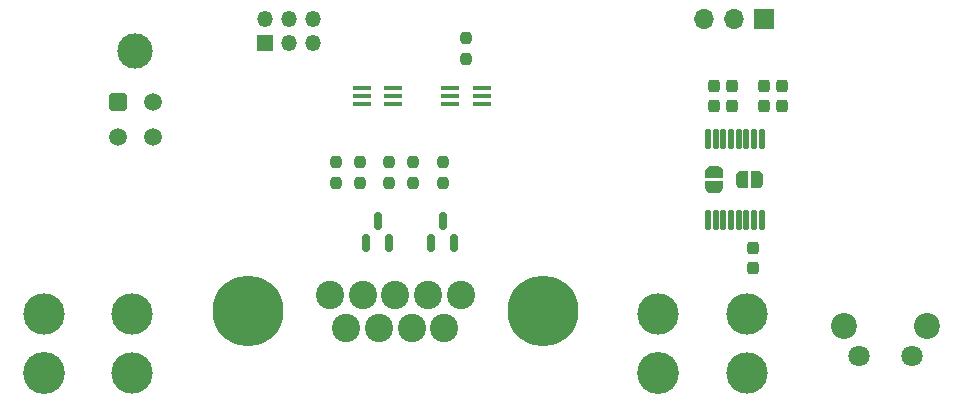
<source format=gts>
%TF.GenerationSoftware,KiCad,Pcbnew,(5.99.0-8090-ga1d7a959f7)*%
%TF.CreationDate,2021-08-13T15:37:55+01:00*%
%TF.ProjectId,conio-b,636f6e69-6f2d-4622-9e6b-696361645f70,rev?*%
%TF.SameCoordinates,Original*%
%TF.FileFunction,Soldermask,Top*%
%TF.FilePolarity,Negative*%
%FSLAX46Y46*%
G04 Gerber Fmt 4.6, Leading zero omitted, Abs format (unit mm)*
G04 Created by KiCad (PCBNEW (5.99.0-8090-ga1d7a959f7)) date 2021-08-13 15:37:55*
%MOMM*%
%LPD*%
G01*
G04 APERTURE LIST*
G04 Aperture macros list*
%AMRoundRect*
0 Rectangle with rounded corners*
0 $1 Rounding radius*
0 $2 $3 $4 $5 $6 $7 $8 $9 X,Y pos of 4 corners*
0 Add a 4 corners polygon primitive as box body*
4,1,4,$2,$3,$4,$5,$6,$7,$8,$9,$2,$3,0*
0 Add four circle primitives for the rounded corners*
1,1,$1+$1,$2,$3,0*
1,1,$1+$1,$4,$5,0*
1,1,$1+$1,$6,$7,0*
1,1,$1+$1,$8,$9,0*
0 Add four rect primitives between the rounded corners*
20,1,$1+$1,$2,$3,$4,$5,0*
20,1,$1+$1,$4,$5,$6,$7,0*
20,1,$1+$1,$6,$7,$8,$9,0*
20,1,$1+$1,$8,$9,$2,$3,0*%
G04 Aperture macros list end*
%ADD10RoundRect,0.150000X0.150000X-0.587500X0.150000X0.587500X-0.150000X0.587500X-0.150000X-0.587500X0*%
%ADD11RoundRect,0.125000X-0.125000X0.762500X-0.125000X-0.762500X0.125000X-0.762500X0.125000X0.762500X0*%
%ADD12C,3.500000*%
%ADD13C,3.550000*%
%ADD14R,1.500000X0.400000*%
%ADD15RoundRect,0.237500X0.237500X-0.250000X0.237500X0.250000X-0.237500X0.250000X-0.237500X-0.250000X0*%
%ADD16C,6.000000*%
%ADD17C,2.400000*%
%ADD18RoundRect,0.237500X-0.237500X0.300000X-0.237500X-0.300000X0.237500X-0.300000X0.237500X0.300000X0*%
%ADD19R,1.350000X1.350000*%
%ADD20O,1.350000X1.350000*%
%ADD21RoundRect,0.237500X0.237500X-0.300000X0.237500X0.300000X-0.237500X0.300000X-0.237500X-0.300000X0*%
%ADD22R,1.700000X1.700000*%
%ADD23O,1.700000X1.700000*%
%ADD24C,3.000000*%
%ADD25RoundRect,0.250001X-0.499999X-0.499999X0.499999X-0.499999X0.499999X0.499999X-0.499999X0.499999X0*%
%ADD26C,1.500000*%
%ADD27C,2.200000*%
%ADD28C,1.800000*%
G04 APERTURE END LIST*
D10*
%TO.C,D2*%
X150868750Y-104025000D03*
X152768750Y-104025000D03*
X151818750Y-102150000D03*
%TD*%
%TO.C,JP1*%
G36*
X174068750Y-98524999D02*
G01*
X174068750Y-98025000D01*
X174073717Y-98025000D01*
X174075182Y-97945059D01*
X174117457Y-97809744D01*
X174196013Y-97691734D01*
X174304532Y-97600514D01*
X174434291Y-97543419D01*
X174568751Y-97525836D01*
X174568751Y-97525000D01*
X175068750Y-97525001D01*
X175068750Y-97525837D01*
X175074859Y-97525038D01*
X175214936Y-97546849D01*
X175343261Y-97607097D01*
X175449519Y-97700941D01*
X175525167Y-97820836D01*
X175564124Y-97957143D01*
X175563709Y-98025000D01*
X175568750Y-98025000D01*
X175568749Y-98525000D01*
X174068750Y-98524999D01*
G37*
G36*
X175563709Y-99325000D02*
G01*
X175563258Y-99398905D01*
X175522639Y-99534726D01*
X175445531Y-99653688D01*
X175338134Y-99746226D01*
X175209082Y-99804903D01*
X175068749Y-99825000D01*
X174568750Y-99824999D01*
X174556534Y-99824850D01*
X174416733Y-99801330D01*
X174289154Y-99739518D01*
X174184050Y-99644383D01*
X174109873Y-99523573D01*
X174072584Y-99386800D01*
X174073717Y-99325000D01*
X174068750Y-99325000D01*
X174068751Y-98825000D01*
X175568750Y-98825001D01*
X175568750Y-99325000D01*
X175563709Y-99325000D01*
G37*
%TD*%
D11*
%TO.C,U1*%
X178843750Y-95262500D03*
X178193750Y-95262500D03*
X177543750Y-95262500D03*
X176893750Y-95262500D03*
X176243750Y-95262500D03*
X175593750Y-95262500D03*
X174943750Y-95262500D03*
X174293750Y-95262500D03*
X174293750Y-102087500D03*
X174943750Y-102087500D03*
X175593750Y-102087500D03*
X176243750Y-102087500D03*
X176893750Y-102087500D03*
X177543750Y-102087500D03*
X178193750Y-102087500D03*
X178843750Y-102087500D03*
%TD*%
D12*
%TO.C,H2*%
X118068750Y-110087500D03*
X125568750Y-115087500D03*
X125568750Y-110087500D03*
D13*
X118068750Y-115087500D03*
%TD*%
D14*
%TO.C,Q2*%
X152488750Y-90937500D03*
X152488750Y-91587500D03*
X152488750Y-92237500D03*
X155148750Y-92237500D03*
X155148750Y-91587500D03*
X155148750Y-90937500D03*
%TD*%
D15*
%TO.C,R2*%
X144818750Y-99000000D03*
X144818750Y-97175000D03*
%TD*%
D16*
%TO.C,J1*%
X135323750Y-109837500D03*
X160313750Y-109837500D03*
D17*
X142278750Y-108417500D03*
X145048750Y-108417500D03*
X147818750Y-108417500D03*
X150588750Y-108417500D03*
X153358750Y-108417500D03*
X143663750Y-111257500D03*
X146433750Y-111257500D03*
X149203750Y-111257500D03*
X151973750Y-111257500D03*
%TD*%
D15*
%TO.C,R3*%
X151818750Y-99000000D03*
X151818750Y-97175000D03*
%TD*%
D12*
%TO.C,H1*%
X177568750Y-115087500D03*
D13*
X170068750Y-115087500D03*
D12*
X177568750Y-110087500D03*
X170068750Y-110087500D03*
%TD*%
D18*
%TO.C,C3*%
X176318750Y-90725000D03*
X176318750Y-92450000D03*
%TD*%
D14*
%TO.C,Q1*%
X147648750Y-92237500D03*
X147648750Y-91587500D03*
X147648750Y-90937500D03*
X144988750Y-90937500D03*
X144988750Y-91587500D03*
X144988750Y-92237500D03*
%TD*%
D15*
%TO.C,R4*%
X153818750Y-88500000D03*
X153818750Y-86675000D03*
%TD*%
D18*
%TO.C,C2*%
X178068750Y-104475000D03*
X178068750Y-106200000D03*
%TD*%
D10*
%TO.C,D1*%
X145368750Y-104025000D03*
X147268750Y-104025000D03*
X146318750Y-102150000D03*
%TD*%
%TO.C,JP2*%
G36*
X177968751Y-97925000D02*
G01*
X178468750Y-97925000D01*
X178468750Y-97929967D01*
X178548691Y-97931432D01*
X178684006Y-97973707D01*
X178802016Y-98052262D01*
X178893236Y-98160782D01*
X178950331Y-98290541D01*
X178967914Y-98425001D01*
X178968750Y-98425001D01*
X178968749Y-98925000D01*
X178967913Y-98925000D01*
X178968712Y-98931109D01*
X178946901Y-99071186D01*
X178886653Y-99199511D01*
X178792809Y-99305769D01*
X178672914Y-99381417D01*
X178536607Y-99420374D01*
X178468750Y-99419959D01*
X178468750Y-99425000D01*
X177968750Y-99424999D01*
X177968751Y-97925000D01*
G37*
G36*
X177168750Y-99419959D02*
G01*
X177094845Y-99419508D01*
X176959024Y-99378889D01*
X176840062Y-99301782D01*
X176747524Y-99194384D01*
X176688847Y-99065332D01*
X176668750Y-98924999D01*
X176668751Y-98425000D01*
X176668900Y-98412784D01*
X176692420Y-98272983D01*
X176754232Y-98145404D01*
X176849367Y-98040300D01*
X176970177Y-97966123D01*
X177106950Y-97928834D01*
X177168750Y-97929967D01*
X177168750Y-97925000D01*
X177668750Y-97925001D01*
X177668749Y-99425000D01*
X177168750Y-99425000D01*
X177168750Y-99419959D01*
G37*
%TD*%
D19*
%TO.C,J3*%
X136818750Y-87087500D03*
D20*
X136818750Y-85087500D03*
X138818750Y-87087500D03*
X138818750Y-85087500D03*
X140818750Y-87087500D03*
X140818750Y-85087500D03*
%TD*%
D15*
%TO.C,R5*%
X149318750Y-99000000D03*
X149318750Y-97175000D03*
%TD*%
%TO.C,R1*%
X147318750Y-99000000D03*
X147318750Y-97175000D03*
%TD*%
D21*
%TO.C,C1*%
X180568750Y-92450000D03*
X180568750Y-90725000D03*
%TD*%
D15*
%TO.C,R6*%
X142818750Y-99000000D03*
X142818750Y-97175000D03*
%TD*%
D22*
%TO.C,J4*%
X179068750Y-85087500D03*
D23*
X176528750Y-85087500D03*
X173988750Y-85087500D03*
%TD*%
D21*
%TO.C,C4*%
X179068750Y-92450000D03*
X179068750Y-90725000D03*
%TD*%
D24*
%TO.C,J2*%
X125818750Y-87767500D03*
D25*
X124318750Y-92087500D03*
D26*
X127318750Y-92087500D03*
X124318750Y-95087500D03*
X127318750Y-95087500D03*
%TD*%
D21*
%TO.C,C5*%
X174818750Y-92450000D03*
X174818750Y-90725000D03*
%TD*%
D27*
%TO.C,SW1*%
X185813750Y-111097500D03*
X192823750Y-111097500D03*
D28*
X187068750Y-113587500D03*
X191568750Y-113587500D03*
%TD*%
M02*

</source>
